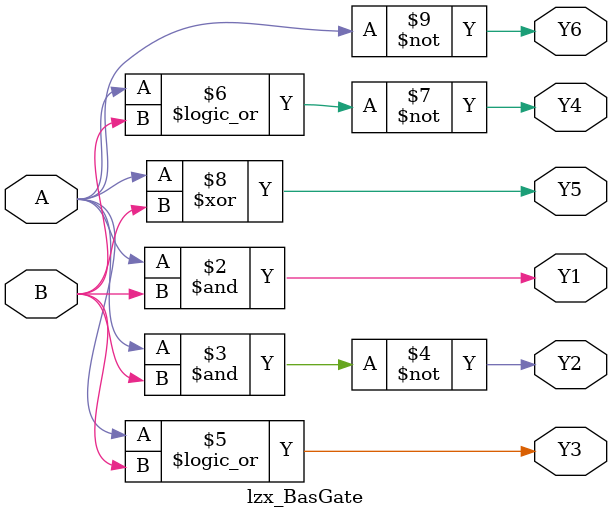
<source format=v>
module lzx_BasGate (A,B,Y1,Y2,Y3,Y4,Y5,Y6);
    input A,B;
    output reg Y1,Y2,Y3,Y4,Y5,Y6;
always @(A,B)
begin
    Y1  <= A & B;
    Y2  <= ~(A & B);
    Y3  <= A ||B ;
    Y4  <=~(A||B);
    Y5  <= A ^ B;  
    Y6  <= ~ A ;
end 
endmodule
</source>
